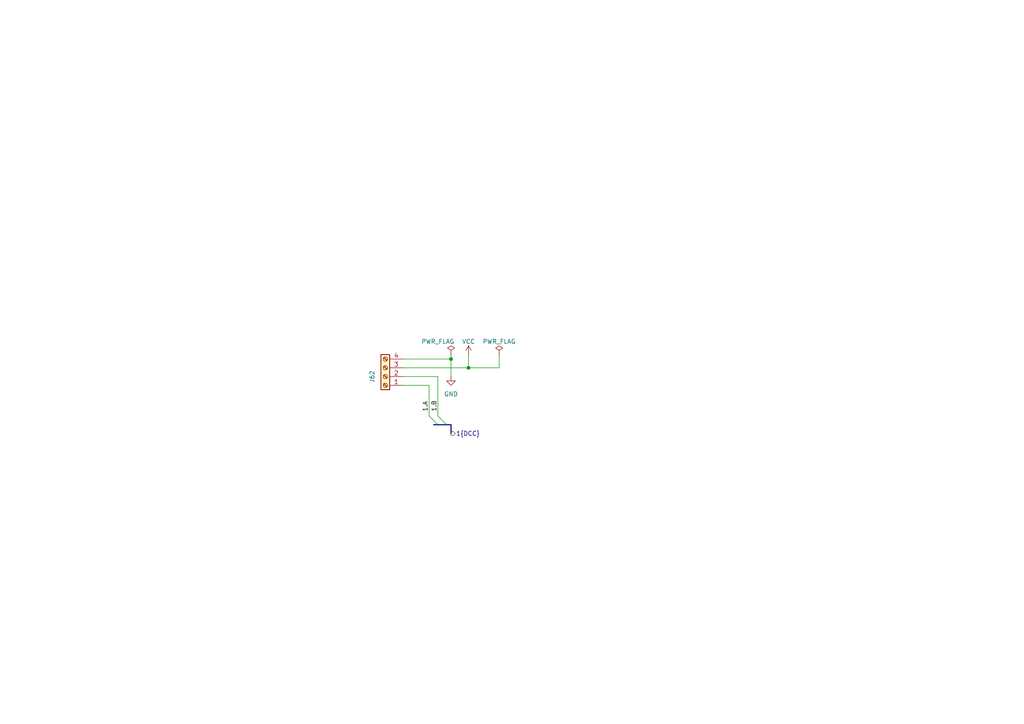
<source format=kicad_sch>
(kicad_sch (version 20231120) (generator "eeschema") (generator_version "8.0")
  (paper "A4")
  (lib_symbols
    (symbol "Connector:Screw_Terminal_01x04" (pin_names (offset 1.016) hide)
      (property "Reference" "J" (at 0 5.08 0))
      (property "Value" "Screw_Terminal_01x04" (at 0 -7.62 0))
      (symbol "Screw_Terminal_01x04_1_1"
        (rectangle (start -1.27 3.81) (end 1.27 -6.35) (stroke (width 0.254)) (fill (type background)))
        (circle (center 0 -5.08) (radius 0.635) (stroke (width 0.1524)))
        (circle (center 0 -2.54) (radius 0.635) (stroke (width 0.1524)))
        (polyline (pts (xy -0.5334 -4.7498) (xy 0.3302 -5.588)) (stroke (width 0.1524)))
        (polyline (pts (xy -0.5334 -2.2098) (xy 0.3302 -3.048)) (stroke (width 0.1524)))
        (polyline (pts (xy -0.5334 0.3302) (xy 0.3302 -0.508)) (stroke (width 0.1524)))
        (polyline (pts (xy -0.5334 2.8702) (xy 0.3302 2.032)) (stroke (width 0.1524)))
        (polyline (pts (xy -0.3556 -4.572) (xy 0.508 -5.4102)) (stroke (width 0.1524)))
        (polyline (pts (xy -0.3556 -2.032) (xy 0.508 -2.8702)) (stroke (width 0.1524)))
        (polyline (pts (xy -0.3556 0.508) (xy 0.508 -0.3302)) (stroke (width 0.1524)))
        (polyline (pts (xy -0.3556 3.048) (xy 0.508 2.2098)) (stroke (width 0.1524)))
        (circle (center 0 0) (radius 0.635) (stroke (width 0.1524)))
        (circle (center 0 2.54) (radius 0.635) (stroke (width 0.1524)))
        (pin passive line (at -5.08 2.54 0) (length 3.81) (name "Pin_1") (number "1"))
        (pin passive line (at -5.08 0 0) (length 3.81) (name "Pin_2") (number "2"))
        (pin passive line (at -5.08 -2.54 0) (length 3.81) (name "Pin_3") (number "3"))
        (pin passive line (at -5.08 -5.08 0) (length 3.81) (name "Pin_4") (number "4"))
      )
    )
    (symbol "power:GND" (power) (pin_numbers hide) (pin_names (offset 0) hide)
      (property "Value" "GND" (at 0 -3.81 0))
      (symbol "GND_0_1"
        (polyline (pts (xy 0 0) (xy 0 -1.27) (xy 1.27 -1.27) (xy 0 -2.54) (xy -1.27 -1.27) (xy 0 -1.27)))
      )
      (symbol "GND_1_1"
        (pin power_in line (at 0 0 270) (length 0) (name "~") (number "1"))
      )
    )
    (symbol "power:PWR_FLAG" (power) (pin_numbers hide) (pin_names (offset 0) hide)
      (property "Value" "PWR_FLAG" (at 0 3.81 0))
      (symbol "PWR_FLAG_0_0"
        (pin power_out line (at 0 0 90) (length 0) (name "pwr") (number "1"))
      )
      (symbol "PWR_FLAG_0_1"
        (polyline (pts (xy 0 0) (xy 0 1.27) (xy -1.016 1.905) (xy 0 2.54) (xy 1.016 1.905) (xy 0 1.27)))
      )
    )
    (symbol "power:VCC" (power) (pin_numbers hide) (pin_names (offset 0) hide)
      (property "Value" "VCC" (at 0 3.556 0))
      (symbol "VCC_0_1"
        (polyline (pts (xy -0.762 1.27) (xy 0 2.54)))
        (polyline (pts (xy 0 0) (xy 0 2.54)))
        (polyline (pts (xy 0 2.54) (xy 0.762 1.27)))
      )
      (symbol "VCC_1_1"
        (pin power_in line (at 0 0 90) (length 0) (name "~") (number "1"))
      )
    )
  )
  (junction (at 135.89 106.68))
  (junction (at 130.81 104.14))
  (bus_entry (at 129.54 123.19) (size -2.54 -2.54))
  (bus_entry (at 127 123.19) (size -2.54 -2.54))
  (wire (pts (xy 124.46 111.76) (xy 124.46 120.65)))
  (wire (pts (xy 130.81 102.87) (xy 130.81 104.14)))
  (wire (pts (xy 130.81 104.14) (xy 130.81 109.22)))
  (bus (pts (xy 125.73 123.19) (xy 127 123.19)))
  (wire (pts (xy 116.84 109.22) (xy 127 109.22)))
  (wire (pts (xy 116.84 111.76) (xy 124.46 111.76)))
  (wire (pts (xy 135.89 106.68) (xy 144.78 106.68)))
  (bus (pts (xy 127 123.19) (xy 129.54 123.19)))
  (wire (pts (xy 116.84 106.68) (xy 135.89 106.68)))
  (wire (pts (xy 144.78 106.68) (xy 144.78 102.87)))
  (bus (pts (xy 129.54 123.19) (xy 130.81 123.19)))
  (wire (pts (xy 127 109.22) (xy 127 120.65)))
  (wire (pts (xy 116.84 104.14) (xy 130.81 104.14)))
  (bus (pts (xy 130.81 125.73) (xy 130.81 123.19)))
  (wire (pts (xy 135.89 102.87) (xy 135.89 106.68)))
  (label "1.A" (at 124.46 119.38 90))
  (label "1.B" (at 127 119.38 90))
  (hierarchical_label "1{DCC}" (shape output) (at 130.81 125.73 0))
  (symbol (lib_id "power:PWR_FLAG") (at 144.78 102.87 0) (unit 1)
    (property "Reference" "#FLG0301" (effects (hide yes)))
    (property "Value" "PWR_FLAG" (at 144.78 99.06 0))
  )
  (symbol (lib_id "power:GND") (at 130.81 109.22 0) (unit 1)
    (property "Reference" "#PWR0302" (effects (hide yes)))
    (property "Value" "GND" (at 130.81 114.3 0))
    (property "Description" "Power symbol creates a global label with name \"GND\" , ground" (effects (hide yes)))
  )
  (symbol (lib_id "power:VCC") (at 135.89 102.87 0) (unit 1)
    (property "Reference" "#PWR0301" (effects (hide yes)))
    (property "Value" "VCC" (at 135.89 99.06 0))
    (property "Description" "Power symbol creates a global label with name \"VCC\"" (effects (hide yes)))
  )
  (symbol (lib_id "power:PWR_FLAG") (at 130.81 102.87 0) (unit 1)
    (property "Reference" "#FLG0302" (effects (hide yes)))
    (property "Value" "PWR_FLAG" (at 127 99.06 0))
  )
  (symbol (lib_id "Connector:Screw_Terminal_01x04") (at 111.76 109.22 180) (unit 1)
    (property "Reference" "J62" (at 107.95 109.22 90))
    (property "Value" "Screw_Terminal_01x04" (effects (hide yes)))
    (property "Footprint" "Connector_Phoenix_MC:PhoenixContact_MC_1,5_4-G-3.5_1x04_P3.50mm_Horizontal" (effects (hide yes)))
    (property "JLCPCB Part#" "C880574" (effects (hide yes)))
  )
)
</source>
